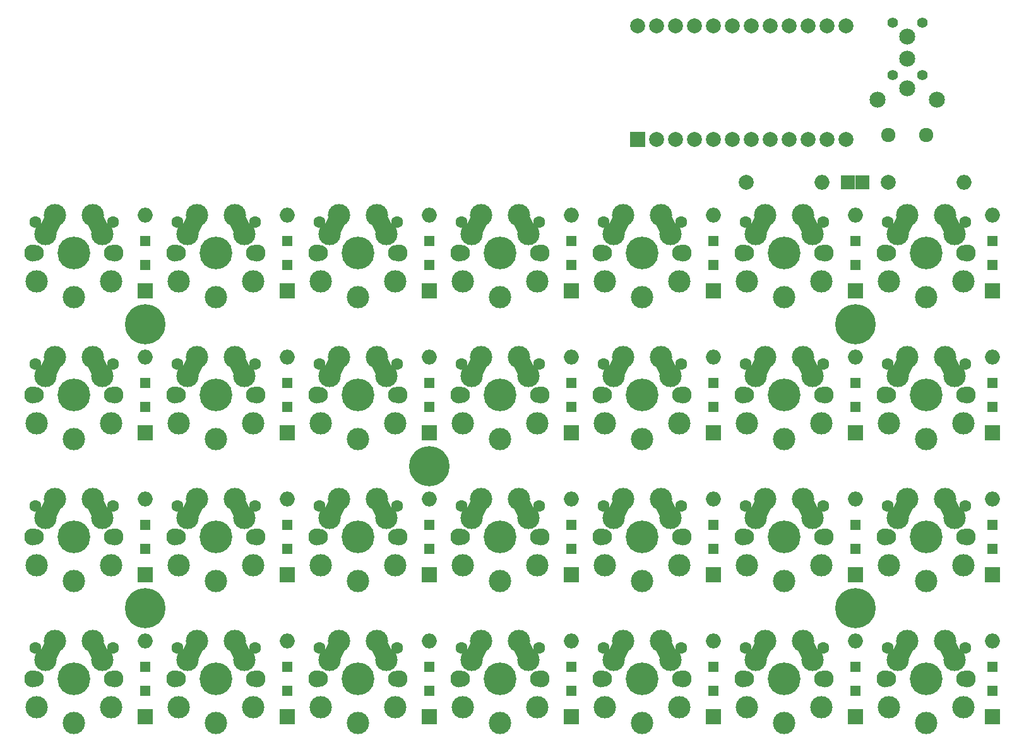
<source format=gts>
G04 #@! TF.FileFunction,Soldermask,Top*
%FSLAX46Y46*%
G04 Gerber Fmt 4.6, Leading zero omitted, Abs format (unit mm)*
G04 Created by KiCad (PCBNEW 4.0.7-e2-6376~58~ubuntu16.04.1) date Mon Jan 15 03:36:58 2018*
%MOMM*%
%LPD*%
G01*
G04 APERTURE LIST*
%ADD10C,0.100000*%
%ADD11R,1.350000X1.350000*%
%ADD12R,2.000000X2.000000*%
%ADD13O,2.000000X2.000000*%
%ADD14C,2.000000*%
%ADD15C,2.300000*%
%ADD16C,1.600000*%
%ADD17C,3.000000*%
%ADD18C,2.400000*%
%ADD19C,4.387800*%
%ADD20C,2.101800*%
%ADD21C,1.924000*%
%ADD22C,5.400000*%
%ADD23R,1.924000X1.924000*%
%ADD24C,1.390600*%
%ADD25C,2.152600*%
G04 APERTURE END LIST*
D10*
D11*
X93980000Y-72030000D03*
D12*
X93980000Y-78740000D03*
D13*
X93980000Y-68580000D03*
D11*
X93980000Y-75290000D03*
X93980000Y-91080000D03*
D12*
X93980000Y-97790000D03*
D13*
X93980000Y-87630000D03*
D11*
X93980000Y-94340000D03*
X93980000Y-110130000D03*
D12*
X93980000Y-116840000D03*
D13*
X93980000Y-106680000D03*
D11*
X93980000Y-113390000D03*
X93980000Y-129180000D03*
D12*
X93980000Y-135890000D03*
D13*
X93980000Y-125730000D03*
D11*
X93980000Y-132440000D03*
X113030000Y-72030000D03*
D12*
X113030000Y-78740000D03*
D13*
X113030000Y-68580000D03*
D11*
X113030000Y-75290000D03*
X113030000Y-91080000D03*
D12*
X113030000Y-97790000D03*
D13*
X113030000Y-87630000D03*
D11*
X113030000Y-94340000D03*
X113030000Y-110130000D03*
D12*
X113030000Y-116840000D03*
D13*
X113030000Y-106680000D03*
D11*
X113030000Y-113390000D03*
X113030000Y-129180000D03*
D12*
X113030000Y-135890000D03*
D13*
X113030000Y-125730000D03*
D11*
X113030000Y-132440000D03*
X132080000Y-72030000D03*
D12*
X132080000Y-78740000D03*
D13*
X132080000Y-68580000D03*
D11*
X132080000Y-75290000D03*
X132080000Y-91080000D03*
D12*
X132080000Y-97790000D03*
D13*
X132080000Y-87630000D03*
D11*
X132080000Y-94340000D03*
X132080000Y-110130000D03*
D12*
X132080000Y-116840000D03*
D13*
X132080000Y-106680000D03*
D11*
X132080000Y-113390000D03*
X132080000Y-129180000D03*
D12*
X132080000Y-135890000D03*
D13*
X132080000Y-125730000D03*
D11*
X132080000Y-132440000D03*
X151130000Y-72030000D03*
D12*
X151130000Y-78740000D03*
D13*
X151130000Y-68580000D03*
D11*
X151130000Y-75290000D03*
X151130000Y-91080000D03*
D12*
X151130000Y-97790000D03*
D13*
X151130000Y-87630000D03*
D11*
X151130000Y-94340000D03*
X151130000Y-110130000D03*
D12*
X151130000Y-116840000D03*
D13*
X151130000Y-106680000D03*
D11*
X151130000Y-113390000D03*
X151130000Y-129180000D03*
D12*
X151130000Y-135890000D03*
D13*
X151130000Y-125730000D03*
D11*
X151130000Y-132440000D03*
X170180000Y-72030000D03*
D12*
X170180000Y-78740000D03*
D13*
X170180000Y-68580000D03*
D11*
X170180000Y-75290000D03*
X170180000Y-91080000D03*
D12*
X170180000Y-97790000D03*
D13*
X170180000Y-87630000D03*
D11*
X170180000Y-94340000D03*
X170180000Y-110130000D03*
D12*
X170180000Y-116840000D03*
D13*
X170180000Y-106680000D03*
D11*
X170180000Y-113390000D03*
X170180000Y-129180000D03*
D12*
X170180000Y-135890000D03*
D13*
X170180000Y-125730000D03*
D11*
X170180000Y-132440000D03*
X189230000Y-72030000D03*
D12*
X189230000Y-78740000D03*
D13*
X189230000Y-68580000D03*
D11*
X189230000Y-75290000D03*
X189230000Y-91080000D03*
D12*
X189230000Y-97790000D03*
D13*
X189230000Y-87630000D03*
D11*
X189230000Y-94340000D03*
X189230000Y-110130000D03*
D12*
X189230000Y-116840000D03*
D13*
X189230000Y-106680000D03*
D11*
X189230000Y-113390000D03*
X189230000Y-129180000D03*
D12*
X189230000Y-135890000D03*
D13*
X189230000Y-125730000D03*
D11*
X189230000Y-132440000D03*
X207645000Y-72030000D03*
D12*
X207645000Y-78740000D03*
D13*
X207645000Y-68580000D03*
D11*
X207645000Y-75290000D03*
X207645000Y-91080000D03*
D12*
X207645000Y-97790000D03*
D13*
X207645000Y-87630000D03*
D11*
X207645000Y-94340000D03*
X207645000Y-110130000D03*
D12*
X207645000Y-116840000D03*
D13*
X207645000Y-106680000D03*
D11*
X207645000Y-113390000D03*
X207645000Y-129180000D03*
D12*
X207645000Y-135890000D03*
D13*
X207645000Y-125730000D03*
D11*
X207645000Y-132440000D03*
D14*
X174625000Y-64135000D03*
D13*
X184785000Y-64135000D03*
D14*
X193675000Y-64135000D03*
D13*
X203835000Y-64135000D03*
D15*
X78955000Y-73660000D03*
X89955000Y-73660000D03*
D16*
X79235000Y-69460000D03*
X89675000Y-69460000D03*
D17*
X89455000Y-77460000D03*
X79455000Y-77460000D03*
X84455000Y-79560000D03*
D18*
X81718371Y-68951206D02*
X80841629Y-70748794D01*
D17*
X88265000Y-71120000D03*
X86995000Y-68580000D03*
X81915000Y-68580000D03*
D19*
X84455000Y-73660000D03*
D20*
X79375000Y-73660000D03*
X89535000Y-73660000D03*
D17*
X80645000Y-71120000D03*
D18*
X87191629Y-68951206D02*
X88068371Y-70748794D01*
D15*
X78955000Y-92710000D03*
X89955000Y-92710000D03*
D16*
X79235000Y-88510000D03*
X89675000Y-88510000D03*
D17*
X89455000Y-96510000D03*
X79455000Y-96510000D03*
X84455000Y-98610000D03*
D18*
X81718371Y-88001206D02*
X80841629Y-89798794D01*
D17*
X88265000Y-90170000D03*
X86995000Y-87630000D03*
X81915000Y-87630000D03*
D19*
X84455000Y-92710000D03*
D20*
X79375000Y-92710000D03*
X89535000Y-92710000D03*
D17*
X80645000Y-90170000D03*
D18*
X87191629Y-88001206D02*
X88068371Y-89798794D01*
D15*
X78955000Y-111760000D03*
X89955000Y-111760000D03*
D16*
X79235000Y-107560000D03*
X89675000Y-107560000D03*
D17*
X89455000Y-115560000D03*
X79455000Y-115560000D03*
X84455000Y-117660000D03*
D18*
X81718371Y-107051206D02*
X80841629Y-108848794D01*
D17*
X88265000Y-109220000D03*
X86995000Y-106680000D03*
X81915000Y-106680000D03*
D19*
X84455000Y-111760000D03*
D20*
X79375000Y-111760000D03*
X89535000Y-111760000D03*
D17*
X80645000Y-109220000D03*
D18*
X87191629Y-107051206D02*
X88068371Y-108848794D01*
D15*
X78955000Y-130810000D03*
X89955000Y-130810000D03*
D16*
X79235000Y-126610000D03*
X89675000Y-126610000D03*
D17*
X89455000Y-134610000D03*
X79455000Y-134610000D03*
X84455000Y-136710000D03*
D18*
X81718371Y-126101206D02*
X80841629Y-127898794D01*
D17*
X88265000Y-128270000D03*
X86995000Y-125730000D03*
X81915000Y-125730000D03*
D19*
X84455000Y-130810000D03*
D20*
X79375000Y-130810000D03*
X89535000Y-130810000D03*
D17*
X80645000Y-128270000D03*
D18*
X87191629Y-126101206D02*
X88068371Y-127898794D01*
D15*
X98005000Y-73660000D03*
X109005000Y-73660000D03*
D16*
X98285000Y-69460000D03*
X108725000Y-69460000D03*
D17*
X108505000Y-77460000D03*
X98505000Y-77460000D03*
X103505000Y-79560000D03*
D18*
X100768371Y-68951206D02*
X99891629Y-70748794D01*
D17*
X107315000Y-71120000D03*
X106045000Y-68580000D03*
X100965000Y-68580000D03*
D19*
X103505000Y-73660000D03*
D20*
X98425000Y-73660000D03*
X108585000Y-73660000D03*
D17*
X99695000Y-71120000D03*
D18*
X106241629Y-68951206D02*
X107118371Y-70748794D01*
D15*
X98005000Y-92710000D03*
X109005000Y-92710000D03*
D16*
X98285000Y-88510000D03*
X108725000Y-88510000D03*
D17*
X108505000Y-96510000D03*
X98505000Y-96510000D03*
X103505000Y-98610000D03*
D18*
X100768371Y-88001206D02*
X99891629Y-89798794D01*
D17*
X107315000Y-90170000D03*
X106045000Y-87630000D03*
X100965000Y-87630000D03*
D19*
X103505000Y-92710000D03*
D20*
X98425000Y-92710000D03*
X108585000Y-92710000D03*
D17*
X99695000Y-90170000D03*
D18*
X106241629Y-88001206D02*
X107118371Y-89798794D01*
D15*
X98005000Y-111760000D03*
X109005000Y-111760000D03*
D16*
X98285000Y-107560000D03*
X108725000Y-107560000D03*
D17*
X108505000Y-115560000D03*
X98505000Y-115560000D03*
X103505000Y-117660000D03*
D18*
X100768371Y-107051206D02*
X99891629Y-108848794D01*
D17*
X107315000Y-109220000D03*
X106045000Y-106680000D03*
X100965000Y-106680000D03*
D19*
X103505000Y-111760000D03*
D20*
X98425000Y-111760000D03*
X108585000Y-111760000D03*
D17*
X99695000Y-109220000D03*
D18*
X106241629Y-107051206D02*
X107118371Y-108848794D01*
D15*
X98005000Y-130810000D03*
X109005000Y-130810000D03*
D16*
X98285000Y-126610000D03*
X108725000Y-126610000D03*
D17*
X108505000Y-134610000D03*
X98505000Y-134610000D03*
X103505000Y-136710000D03*
D18*
X100768371Y-126101206D02*
X99891629Y-127898794D01*
D17*
X107315000Y-128270000D03*
X106045000Y-125730000D03*
X100965000Y-125730000D03*
D19*
X103505000Y-130810000D03*
D20*
X98425000Y-130810000D03*
X108585000Y-130810000D03*
D17*
X99695000Y-128270000D03*
D18*
X106241629Y-126101206D02*
X107118371Y-127898794D01*
D15*
X117055000Y-73660000D03*
X128055000Y-73660000D03*
D16*
X117335000Y-69460000D03*
X127775000Y-69460000D03*
D17*
X127555000Y-77460000D03*
X117555000Y-77460000D03*
X122555000Y-79560000D03*
D18*
X119818371Y-68951206D02*
X118941629Y-70748794D01*
D17*
X126365000Y-71120000D03*
X125095000Y-68580000D03*
X120015000Y-68580000D03*
D19*
X122555000Y-73660000D03*
D20*
X117475000Y-73660000D03*
X127635000Y-73660000D03*
D17*
X118745000Y-71120000D03*
D18*
X125291629Y-68951206D02*
X126168371Y-70748794D01*
D15*
X117055000Y-92710000D03*
X128055000Y-92710000D03*
D16*
X117335000Y-88510000D03*
X127775000Y-88510000D03*
D17*
X127555000Y-96510000D03*
X117555000Y-96510000D03*
X122555000Y-98610000D03*
D18*
X119818371Y-88001206D02*
X118941629Y-89798794D01*
D17*
X126365000Y-90170000D03*
X125095000Y-87630000D03*
X120015000Y-87630000D03*
D19*
X122555000Y-92710000D03*
D20*
X117475000Y-92710000D03*
X127635000Y-92710000D03*
D17*
X118745000Y-90170000D03*
D18*
X125291629Y-88001206D02*
X126168371Y-89798794D01*
D15*
X117055000Y-111760000D03*
X128055000Y-111760000D03*
D16*
X117335000Y-107560000D03*
X127775000Y-107560000D03*
D17*
X127555000Y-115560000D03*
X117555000Y-115560000D03*
X122555000Y-117660000D03*
D18*
X119818371Y-107051206D02*
X118941629Y-108848794D01*
D17*
X126365000Y-109220000D03*
X125095000Y-106680000D03*
X120015000Y-106680000D03*
D19*
X122555000Y-111760000D03*
D20*
X117475000Y-111760000D03*
X127635000Y-111760000D03*
D17*
X118745000Y-109220000D03*
D18*
X125291629Y-107051206D02*
X126168371Y-108848794D01*
D15*
X117055000Y-130810000D03*
X128055000Y-130810000D03*
D16*
X117335000Y-126610000D03*
X127775000Y-126610000D03*
D17*
X127555000Y-134610000D03*
X117555000Y-134610000D03*
X122555000Y-136710000D03*
D18*
X119818371Y-126101206D02*
X118941629Y-127898794D01*
D17*
X126365000Y-128270000D03*
X125095000Y-125730000D03*
X120015000Y-125730000D03*
D19*
X122555000Y-130810000D03*
D20*
X117475000Y-130810000D03*
X127635000Y-130810000D03*
D17*
X118745000Y-128270000D03*
D18*
X125291629Y-126101206D02*
X126168371Y-127898794D01*
D15*
X136105000Y-73660000D03*
X147105000Y-73660000D03*
D16*
X136385000Y-69460000D03*
X146825000Y-69460000D03*
D17*
X146605000Y-77460000D03*
X136605000Y-77460000D03*
X141605000Y-79560000D03*
D18*
X138868371Y-68951206D02*
X137991629Y-70748794D01*
D17*
X145415000Y-71120000D03*
X144145000Y-68580000D03*
X139065000Y-68580000D03*
D19*
X141605000Y-73660000D03*
D20*
X136525000Y-73660000D03*
X146685000Y-73660000D03*
D17*
X137795000Y-71120000D03*
D18*
X144341629Y-68951206D02*
X145218371Y-70748794D01*
D15*
X136105000Y-92710000D03*
X147105000Y-92710000D03*
D16*
X136385000Y-88510000D03*
X146825000Y-88510000D03*
D17*
X146605000Y-96510000D03*
X136605000Y-96510000D03*
X141605000Y-98610000D03*
D18*
X138868371Y-88001206D02*
X137991629Y-89798794D01*
D17*
X145415000Y-90170000D03*
X144145000Y-87630000D03*
X139065000Y-87630000D03*
D19*
X141605000Y-92710000D03*
D20*
X136525000Y-92710000D03*
X146685000Y-92710000D03*
D17*
X137795000Y-90170000D03*
D18*
X144341629Y-88001206D02*
X145218371Y-89798794D01*
D15*
X136105000Y-111760000D03*
X147105000Y-111760000D03*
D16*
X136385000Y-107560000D03*
X146825000Y-107560000D03*
D17*
X146605000Y-115560000D03*
X136605000Y-115560000D03*
X141605000Y-117660000D03*
D18*
X138868371Y-107051206D02*
X137991629Y-108848794D01*
D17*
X145415000Y-109220000D03*
X144145000Y-106680000D03*
X139065000Y-106680000D03*
D19*
X141605000Y-111760000D03*
D20*
X136525000Y-111760000D03*
X146685000Y-111760000D03*
D17*
X137795000Y-109220000D03*
D18*
X144341629Y-107051206D02*
X145218371Y-108848794D01*
D15*
X136105000Y-130810000D03*
X147105000Y-130810000D03*
D16*
X136385000Y-126610000D03*
X146825000Y-126610000D03*
D17*
X146605000Y-134610000D03*
X136605000Y-134610000D03*
X141605000Y-136710000D03*
D18*
X138868371Y-126101206D02*
X137991629Y-127898794D01*
D17*
X145415000Y-128270000D03*
X144145000Y-125730000D03*
X139065000Y-125730000D03*
D19*
X141605000Y-130810000D03*
D20*
X136525000Y-130810000D03*
X146685000Y-130810000D03*
D17*
X137795000Y-128270000D03*
D18*
X144341629Y-126101206D02*
X145218371Y-127898794D01*
D15*
X155155000Y-73660000D03*
X166155000Y-73660000D03*
D16*
X155435000Y-69460000D03*
X165875000Y-69460000D03*
D17*
X165655000Y-77460000D03*
X155655000Y-77460000D03*
X160655000Y-79560000D03*
D18*
X157918371Y-68951206D02*
X157041629Y-70748794D01*
D17*
X164465000Y-71120000D03*
X163195000Y-68580000D03*
X158115000Y-68580000D03*
D19*
X160655000Y-73660000D03*
D20*
X155575000Y-73660000D03*
X165735000Y-73660000D03*
D17*
X156845000Y-71120000D03*
D18*
X163391629Y-68951206D02*
X164268371Y-70748794D01*
D15*
X155155000Y-92710000D03*
X166155000Y-92710000D03*
D16*
X155435000Y-88510000D03*
X165875000Y-88510000D03*
D17*
X165655000Y-96510000D03*
X155655000Y-96510000D03*
X160655000Y-98610000D03*
D18*
X157918371Y-88001206D02*
X157041629Y-89798794D01*
D17*
X164465000Y-90170000D03*
X163195000Y-87630000D03*
X158115000Y-87630000D03*
D19*
X160655000Y-92710000D03*
D20*
X155575000Y-92710000D03*
X165735000Y-92710000D03*
D17*
X156845000Y-90170000D03*
D18*
X163391629Y-88001206D02*
X164268371Y-89798794D01*
D15*
X155155000Y-111760000D03*
X166155000Y-111760000D03*
D16*
X155435000Y-107560000D03*
X165875000Y-107560000D03*
D17*
X165655000Y-115560000D03*
X155655000Y-115560000D03*
X160655000Y-117660000D03*
D18*
X157918371Y-107051206D02*
X157041629Y-108848794D01*
D17*
X164465000Y-109220000D03*
X163195000Y-106680000D03*
X158115000Y-106680000D03*
D19*
X160655000Y-111760000D03*
D20*
X155575000Y-111760000D03*
X165735000Y-111760000D03*
D17*
X156845000Y-109220000D03*
D18*
X163391629Y-107051206D02*
X164268371Y-108848794D01*
D15*
X155155000Y-130810000D03*
X166155000Y-130810000D03*
D16*
X155435000Y-126610000D03*
X165875000Y-126610000D03*
D17*
X165655000Y-134610000D03*
X155655000Y-134610000D03*
X160655000Y-136710000D03*
D18*
X157918371Y-126101206D02*
X157041629Y-127898794D01*
D17*
X164465000Y-128270000D03*
X163195000Y-125730000D03*
X158115000Y-125730000D03*
D19*
X160655000Y-130810000D03*
D20*
X155575000Y-130810000D03*
X165735000Y-130810000D03*
D17*
X156845000Y-128270000D03*
D18*
X163391629Y-126101206D02*
X164268371Y-127898794D01*
D15*
X174205000Y-73660000D03*
X185205000Y-73660000D03*
D16*
X174485000Y-69460000D03*
X184925000Y-69460000D03*
D17*
X184705000Y-77460000D03*
X174705000Y-77460000D03*
X179705000Y-79560000D03*
D18*
X176968371Y-68951206D02*
X176091629Y-70748794D01*
D17*
X183515000Y-71120000D03*
X182245000Y-68580000D03*
X177165000Y-68580000D03*
D19*
X179705000Y-73660000D03*
D20*
X174625000Y-73660000D03*
X184785000Y-73660000D03*
D17*
X175895000Y-71120000D03*
D18*
X182441629Y-68951206D02*
X183318371Y-70748794D01*
D15*
X174205000Y-92710000D03*
X185205000Y-92710000D03*
D16*
X174485000Y-88510000D03*
X184925000Y-88510000D03*
D17*
X184705000Y-96510000D03*
X174705000Y-96510000D03*
X179705000Y-98610000D03*
D18*
X176968371Y-88001206D02*
X176091629Y-89798794D01*
D17*
X183515000Y-90170000D03*
X182245000Y-87630000D03*
X177165000Y-87630000D03*
D19*
X179705000Y-92710000D03*
D20*
X174625000Y-92710000D03*
X184785000Y-92710000D03*
D17*
X175895000Y-90170000D03*
D18*
X182441629Y-88001206D02*
X183318371Y-89798794D01*
D15*
X174205000Y-111760000D03*
X185205000Y-111760000D03*
D16*
X174485000Y-107560000D03*
X184925000Y-107560000D03*
D17*
X184705000Y-115560000D03*
X174705000Y-115560000D03*
X179705000Y-117660000D03*
D18*
X176968371Y-107051206D02*
X176091629Y-108848794D01*
D17*
X183515000Y-109220000D03*
X182245000Y-106680000D03*
X177165000Y-106680000D03*
D19*
X179705000Y-111760000D03*
D20*
X174625000Y-111760000D03*
X184785000Y-111760000D03*
D17*
X175895000Y-109220000D03*
D18*
X182441629Y-107051206D02*
X183318371Y-108848794D01*
D15*
X174205000Y-130810000D03*
X185205000Y-130810000D03*
D16*
X174485000Y-126610000D03*
X184925000Y-126610000D03*
D17*
X184705000Y-134610000D03*
X174705000Y-134610000D03*
X179705000Y-136710000D03*
D18*
X176968371Y-126101206D02*
X176091629Y-127898794D01*
D17*
X183515000Y-128270000D03*
X182245000Y-125730000D03*
X177165000Y-125730000D03*
D19*
X179705000Y-130810000D03*
D20*
X174625000Y-130810000D03*
X184785000Y-130810000D03*
D17*
X175895000Y-128270000D03*
D18*
X182441629Y-126101206D02*
X183318371Y-127898794D01*
D15*
X193255000Y-73660000D03*
X204255000Y-73660000D03*
D16*
X193535000Y-69460000D03*
X203975000Y-69460000D03*
D17*
X203755000Y-77460000D03*
X193755000Y-77460000D03*
X198755000Y-79560000D03*
D18*
X196018371Y-68951206D02*
X195141629Y-70748794D01*
D17*
X202565000Y-71120000D03*
X201295000Y-68580000D03*
X196215000Y-68580000D03*
D19*
X198755000Y-73660000D03*
D20*
X193675000Y-73660000D03*
X203835000Y-73660000D03*
D17*
X194945000Y-71120000D03*
D18*
X201491629Y-68951206D02*
X202368371Y-70748794D01*
D15*
X193255000Y-92710000D03*
X204255000Y-92710000D03*
D16*
X193535000Y-88510000D03*
X203975000Y-88510000D03*
D17*
X203755000Y-96510000D03*
X193755000Y-96510000D03*
X198755000Y-98610000D03*
D18*
X196018371Y-88001206D02*
X195141629Y-89798794D01*
D17*
X202565000Y-90170000D03*
X201295000Y-87630000D03*
X196215000Y-87630000D03*
D19*
X198755000Y-92710000D03*
D20*
X193675000Y-92710000D03*
X203835000Y-92710000D03*
D17*
X194945000Y-90170000D03*
D18*
X201491629Y-88001206D02*
X202368371Y-89798794D01*
D15*
X193255000Y-111760000D03*
X204255000Y-111760000D03*
D16*
X193535000Y-107560000D03*
X203975000Y-107560000D03*
D17*
X203755000Y-115560000D03*
X193755000Y-115560000D03*
X198755000Y-117660000D03*
D18*
X196018371Y-107051206D02*
X195141629Y-108848794D01*
D17*
X202565000Y-109220000D03*
X201295000Y-106680000D03*
X196215000Y-106680000D03*
D19*
X198755000Y-111760000D03*
D20*
X193675000Y-111760000D03*
X203835000Y-111760000D03*
D17*
X194945000Y-109220000D03*
D18*
X201491629Y-107051206D02*
X202368371Y-108848794D01*
D15*
X193255000Y-130810000D03*
X204255000Y-130810000D03*
D16*
X193535000Y-126610000D03*
X203975000Y-126610000D03*
D17*
X203755000Y-134610000D03*
X193755000Y-134610000D03*
X198755000Y-136710000D03*
D18*
X196018371Y-126101206D02*
X195141629Y-127898794D01*
D17*
X202565000Y-128270000D03*
X201295000Y-125730000D03*
X196215000Y-125730000D03*
D19*
X198755000Y-130810000D03*
D20*
X193675000Y-130810000D03*
X203835000Y-130810000D03*
D17*
X194945000Y-128270000D03*
D18*
X201491629Y-126101206D02*
X202368371Y-127898794D01*
D21*
X193675000Y-57785000D03*
X198755000Y-57785000D03*
D22*
X132080000Y-102235000D03*
X189230000Y-83185000D03*
D12*
X160020000Y-58420000D03*
D14*
X162560000Y-58420000D03*
X165100000Y-58420000D03*
X167640000Y-58420000D03*
X170180000Y-58420000D03*
X172720000Y-58420000D03*
X175260000Y-58420000D03*
X177800000Y-58420000D03*
X180340000Y-58420000D03*
X182880000Y-58420000D03*
X185420000Y-58420000D03*
X187960000Y-58420000D03*
X187960000Y-43180000D03*
X185420000Y-43180000D03*
X182880000Y-43180000D03*
X180340000Y-43180000D03*
X177800000Y-43180000D03*
X175260000Y-43180000D03*
X172720000Y-43180000D03*
X170180000Y-43180000D03*
X167640000Y-43180000D03*
X165100000Y-43180000D03*
X162560000Y-43180000D03*
X160020000Y-43180000D03*
D22*
X189230000Y-121285000D03*
X93980000Y-83185000D03*
X93980000Y-121285000D03*
D23*
X188230000Y-64135000D03*
X190230000Y-64135000D03*
D24*
X198215000Y-42775000D03*
X194215000Y-42775000D03*
D25*
X196215000Y-47575000D03*
X192215000Y-53075000D03*
X196215000Y-51575000D03*
X200215000Y-53075000D03*
X196215000Y-44575000D03*
D24*
X194215000Y-49775000D03*
X198215000Y-49775000D03*
M02*

</source>
